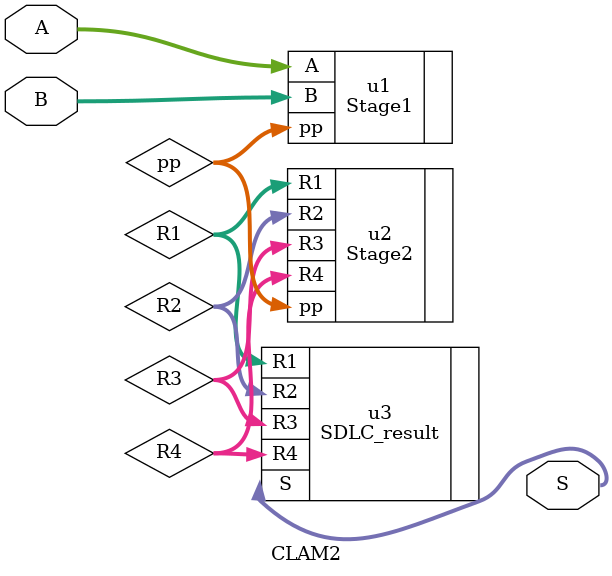
<source format=v>
module CLAM2(
    input [7:0] A, B,
    output [15:0] S
);

    wire [63:0] pp;
    wire [14:0] R1, R2, R3, R4;




    Stage1 u1 (.A(A), .B(B), .pp(pp));
    Stage2 u2 (.pp(pp), .R1(R1), .R2(R2), .R3(R3), .R4(R4));
    SDLC_result u3 (.R1(R1), .R2(R2), .R3(R3), .R4(R4), .S(S));

endmodule

</source>
